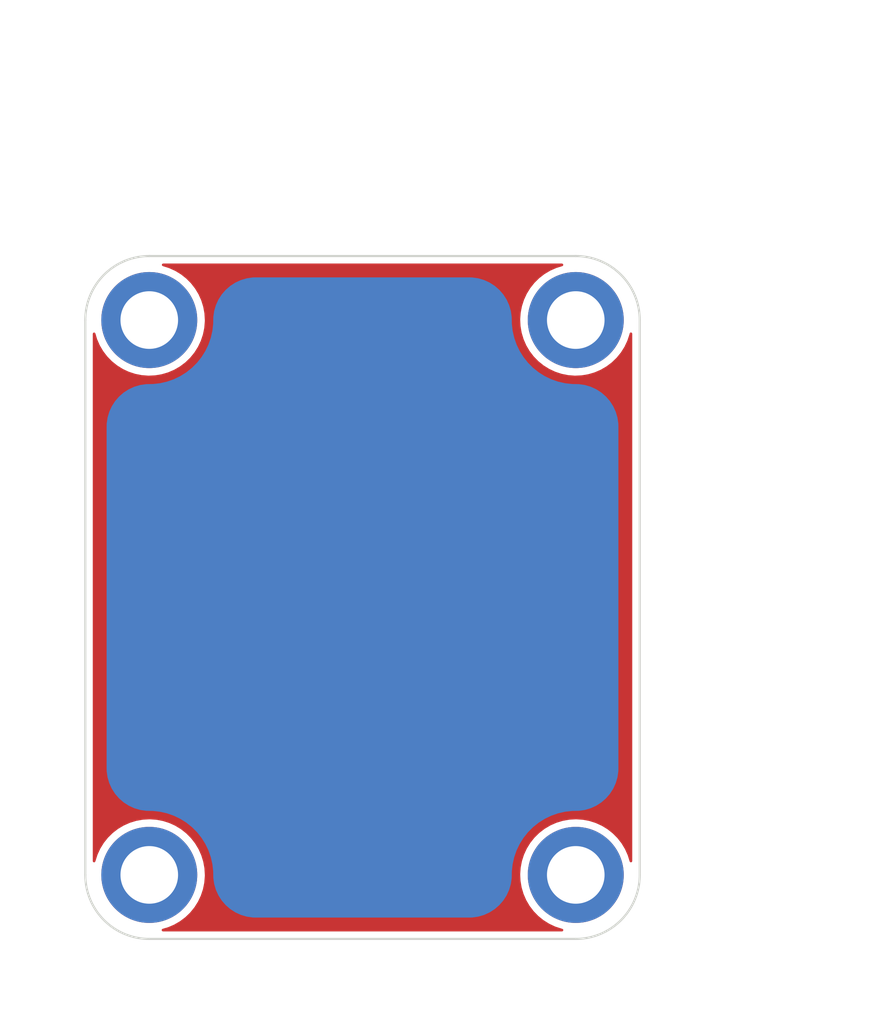
<source format=kicad_pcb>
(kicad_pcb (version 20211014) (generator pcbnew)
  (layers (0 "F.Cu" signal) (31 "B.Cu" signal) (34 "B.Paste" user) (35 "F.Paste" user) (36 "B.SilkS" user "B.Silkscreen") (37 "F.SilkS" user "F.Silkscreen") (38 "B.Mask" user) (39 "F.Mask" user) (44 "Edge.Cuts" user))
  (net 0 "")
  (footprint "MountingHole:MountingHole_2.7mm_M2.5_ISO14580_Pad_TopBottom" (layer "F.Cu") (at 170 79)
    (fp_text reference "H4" hide)
    (fp_text value "MountingHole" hide)
    (pad "1" connect circle locked (at 0 0) (size 4.5 4.5) (layers "F.Cu" "F.Mask"))
    (pad "1" thru_hole circle locked (at 0 0) (size 3.1 3.1) (drill 2.7) (layers *.Cu *.Mask))
    (pad "1" connect circle locked (at 0 0) (size 4.5 4.5) (layers "B.Cu" "B.Mask"))
  )
  (footprint "MountingHole:MountingHole_2.7mm_M2.5_ISO14580_Pad_TopBottom" (layer "F.Cu") (at 170 105)
    (fp_text reference "H2" hide)
    (fp_text value "MountingHole" hide)
    (pad "1" connect circle locked (at 0 0) (size 4.5 4.5) (layers "B.Cu" "B.Mask"))
    (pad "1" thru_hole circle locked (at 0 0) (size 3.1 3.1) (drill 2.7) (layers *.Cu *.Mask))
    (pad "1" connect circle locked (at 0 0) (size 4.5 4.5) (layers "F.Cu" "F.Mask"))
  )
  (footprint "MountingHole:MountingHole_2.7mm_M2.5_ISO14580_Pad_TopBottom" (layer "F.Cu") (at 150 105)
    (fp_text reference "H3" hide)
    (fp_text value "MountingHole" hide)
    (pad "1" connect circle locked (at 0 0) (size 4.5 4.5) (layers "F.Cu" "F.Mask"))
    (pad "1" thru_hole circle locked (at 0 0) (size 3.1 3.1) (drill 2.7) (layers *.Cu *.Mask))
    (pad "1" connect circle locked (at 0 0) (size 4.5 4.5) (layers "B.Cu" "B.Mask"))
  )
  (footprint "MountingHole:MountingHole_2.7mm_M2.5_ISO14580_Pad_TopBottom" (layer "F.Cu") (at 150 79)
    (fp_text reference "H1" hide)
    (fp_text value "MountingHole" hide)
    (pad "1" connect circle locked (at 0 0) (size 4.5 4.5) (layers "F.Cu" "F.Mask"))
    (pad "1" connect circle locked (at 0 0) (size 4.5 4.5) (layers "B.Cu" "B.Mask"))
    (pad "1" thru_hole circle locked (at 0 0) (size 3.1 3.1) (drill 2.7) (layers *.Cu *.Mask))
  )
  (gr_line locked (start 147 79) (end 147 105) (layer "Edge.Cuts") (width 0.1))
  (gr_arc locked (start 147 79) (mid 147.87868 76.87868) (end 150 76) (layer "Edge.Cuts") (width 0.1))
  (gr_arc locked (start 150 108) (mid 147.87868 107.12132) (end 147 105) (layer "Edge.Cuts") (width 0.1))
  (gr_line locked (start 173 105) (end 173 79) (layer "Edge.Cuts") (width 0.1))
  (gr_arc locked (start 170 76) (mid 172.12132 76.87868) (end 173 79) (layer "Edge.Cuts") (width 0.1))
  (gr_line locked (start 150 108) (end 170 108) (layer "Edge.Cuts") (width 0.1))
  (gr_arc locked (start 173 105) (mid 172.12132 107.12132) (end 170 108) (layer "Edge.Cuts") (width 0.1))
  (gr_line locked (start 170 76) (end 150 76) (layer "Edge.Cuts") (width 0.1))
  (zone locked (net 0) (net_name "") (layers F&B.Cu) (connect_pads yes (clearance 0.35)) (min_thickness 0.127) (fill yes (thermal_gap 0.508) (thermal_bridge_width 0.508))
    (polygon (pts (xy 173 108) (xy 147 108) (xy 147 76) (xy 173 76)))
  )
  (zone locked (net 0) (net_name "") (layers "B.Cu" "Edge.Cuts") (connect_pads (clearance 0)) (min_thickness 0.254)
    (keepout (tracks not_allowed) (vias not_allowed) (pads not_allowed) (copperpour not_allowed) (footprints allowed))
    (fill (thermal_gap 0.508) (thermal_bridge_width 0.508))
    (polygon (pts (xy 153 79) (xy 153.002548 78.857139) (xy 153.04321 78.574326) (xy 153.123707 78.300179) (xy 153.2424 78.040278) (xy 153.396873 77.799914) (xy 153.58398 77.58398) (xy 153.799914 77.396873) (xy 154.040278 77.2424) (xy 154.300179 77.123707) (xy 154.574326 77.04321) (xy 154.857139 77.002548) (xy 155 77) (xy 165 77) (xy 165.142861 77.002548) (xy 165.425674 77.04321) (xy 165.699821 77.123707) (xy 165.959722 77.2424) (xy 166.200086 77.396873) (xy 166.41602 77.58398) (xy 166.603127 77.799914) (xy 166.7576 78.040278) (xy 166.876293 78.300179) (xy 166.95679 78.574326) (xy 166.997452 78.857139) (xy 167 79) (xy 167.00236 79.168344) (xy 167.040057 79.502915) (xy 167.114977 79.831161) (xy 167.226178 80.148955) (xy 167.372261 80.4523) (xy 167.55139 80.737382) (xy 167.761311 81.000615) (xy 167.999385 81.238689) (xy 168.262618 81.44861) (xy 168.5477 81.627739) (xy 168.851045 81.773822) (xy 169.168839 81.885023) (xy 169.497085 81.959943) (xy 169.831656 81.99764) (xy 170 82) (xy 170.142861 82.002548) (xy 170.425674 82.04321) (xy 170.699821 82.123707) (xy 170.959722 82.2424) (xy 171.200086 82.396873) (xy 171.41602 82.58398) (xy 171.603127 82.799914) (xy 171.7576 83.040278) (xy 171.876293 83.300179) (xy 171.95679 83.574326) (xy 171.997452 83.857139) (xy 172 84) (xy 172 92) (xy 177 92) (xy 177 72) (xy 171.767766 77.232203) (xy 172.033676 77.541564) (xy 172.201051 77.809097) (xy 172.333425 78.095566) (xy 172.428696 78.396417) (xy 172.485346 78.706866) (xy 172.502477 79.021976) (xy 172.479815 79.336737) (xy 172.417721 79.646143) (xy 172.317182 79.945275) (xy 172.179796 80.229375) (xy 172.007749 80.493927) (xy 171.803776 80.734723) (xy 171.571121 80.947935) (xy 171.313483 81.130173) (xy 171.034959 81.278538) (xy 170.739978 81.390671) (xy 170.43323 81.464789) (xy 170.119593 81.499714) (xy 169.804055 81.494891) (xy 169.491632 81.450395) (xy 169.187293 81.366935) (xy 168.895877 81.245838) (xy 168.622018 81.089029) (xy 168.370071 80.899001) (xy 168.144042 80.678777) (xy 167.947525 80.431858) (xy 167.783644 80.162171) (xy 167.655007 79.874004) (xy 167.563659 79.571939) (xy 167.511051 79.26078) (xy 167.498021 78.945474) (xy 167.524775 78.631034) (xy 167.590889 78.322462) (xy 167.695311 78.024664) (xy 167.83638 77.742375) (xy 168.011853 77.480083) (xy 168.218941 77.24196) (xy 168.45435 77.031793) (xy 168.714337 76.852922) (xy 168.994767 76.708193) (xy 169.291182 76.599906) (xy 169.598868 76.529784) (xy 169.912933 76.498942) (xy 170.228382 76.507869) (xy 170.540199 76.556425) (xy 170.843427 76.643837) (xy 171.133243 76.768715) (xy 171.405039 76.929073) (xy 171.654493 77.122361) (xy 171.767767 77.232233) (xy 177 72) (xy 143 72) (xy 148.232233 77.232233) (xy 148.345507 77.122361) (xy 148.594961 76.929073) (xy 148.866757 76.768715) (xy 149.156573 76.643837) (xy 149.459801 76.556425) (xy 149.771618 76.507869) (xy 150.087067 76.498942) (xy 150.401132 76.529784) (xy 150.708818 76.599906) (xy 151.005233 76.708193) (xy 151.285663 76.852922) (xy 151.54565 77.031793) (xy 151.781059 77.24196) (xy 151.988147 77.480083) (xy 152.16362 77.742375) (xy 152.304689 78.024664) (xy 152.409111 78.322462) (xy 152.475225 78.631034) (xy 152.501979 78.945474) (xy 152.488949 79.26078) (xy 152.436341 79.571939) (xy 152.344993 79.874004) (xy 152.216356 80.162171) (xy 152.052475 80.431858) (xy 151.855958 80.678777) (xy 151.629929 80.899001) (xy 151.377982 81.089029) (xy 151.104123 81.245838) (xy 150.812707 81.366935) (xy 150.508368 81.450395) (xy 150.195945 81.494891) (xy 149.880407 81.499714) (xy 149.56677 81.464789) (xy 149.260022 81.390671) (xy 148.965041 81.278538) (xy 148.686517 81.130173) (xy 148.428879 80.947935) (xy 148.196224 80.734723) (xy 147.992251 80.493927) (xy 147.820204 80.229375) (xy 147.682818 79.945275) (xy 147.582279 79.646143) (xy 147.520185 79.336737) (xy 147.497523 79.021976) (xy 147.514654 78.706866) (xy 147.571304 78.396417) (xy 147.666575 78.095566) (xy 147.798949 77.809097) (xy 147.966324 77.541564) (xy 148.232431 77.231981) (xy 143 72) (xy 143 112) (xy 148.232769 106.767568) (xy 147.966324 106.458436) (xy 147.798949 106.190903) (xy 147.666575 105.904434) (xy 147.571304 105.603583) (xy 147.514654 105.293134) (xy 147.497523 104.978024) (xy 147.520185 104.663263) (xy 147.582279 104.353857) (xy 147.682818 104.054725) (xy 147.820204 103.770625) (xy 147.992251 103.506073) (xy 148.196224 103.265277) (xy 148.428879 103.052065) (xy 148.686517 102.869827) (xy 148.965041 102.721462) (xy 149.260022 102.609329) (xy 149.56677 102.535211) (xy 149.880407 102.500286) (xy 150.195945 102.505109) (xy 150.508368 102.549605) (xy 150.812707 102.633065) (xy 151.104123 102.754162) (xy 151.377982 102.910971) (xy 151.629929 103.100999) (xy 151.855958 103.321223) (xy 152.052475 103.568142) (xy 152.216356 103.837829) (xy 152.344993 104.125996) (xy 152.436341 104.428061) (xy 152.488949 104.73922) (xy 152.501979 105.054526) (xy 152.475225 105.368966) (xy 152.409111 105.677538) (xy 152.304689 105.975336) (xy 152.16362 106.257625) (xy 151.988147 106.519917) (xy 151.781059 106.75804) (xy 151.54565 106.968207) (xy 151.285663 107.147078) (xy 151.005233 107.291807) (xy 150.708818 107.400094) (xy 150.401132 107.470216) (xy 150.087067 107.501058) (xy 149.771618 107.492131) (xy 149.459801 107.443575) (xy 149.156573 107.356163) (xy 148.866757 107.231285) (xy 148.594961 107.070927) (xy 148.345507 106.877639) (xy 148.232233 106.767767) (xy 143 112) (xy 177 112) (xy 171.767767 106.767767) (xy 171.654493 106.877639) (xy 171.405039 107.070927) (xy 171.133243 107.231285) (xy 170.843427 107.356163) (xy 170.540199 107.443575) (xy 170.228382 107.492131) (xy 169.912933 107.501058) (xy 169.598868 107.470216) (xy 169.291182 107.400094) (xy 168.994767 107.291807) (xy 168.714337 107.147078) (xy 168.45435 106.968207) (xy 168.218941 106.75804) (xy 168.011853 106.519917) (xy 167.83638 106.257625) (xy 167.695311 105.975336) (xy 167.590889 105.677538) (xy 167.524775 105.368966) (xy 167.498021 105.054526) (xy 167.511051 104.73922) (xy 167.563659 104.428061) (xy 167.655007 104.125996) (xy 167.783644 103.837829) (xy 167.947525 103.568142) (xy 168.144042 103.321223) (xy 168.370071 103.100999) (xy 168.622018 102.910971) (xy 168.895877 102.754162) (xy 169.187293 102.633065) (xy 169.491632 102.549605) (xy 169.804055 102.505109) (xy 170.119593 102.500286) (xy 170.43323 102.535211) (xy 170.739978 102.609329) (xy 171.034959 102.721462) (xy 171.313483 102.869827) (xy 171.571121 103.052065) (xy 171.803776 103.265277) (xy 172.007749 103.506073) (xy 172.179796 103.770625) (xy 172.317182 104.054725) (xy 172.417721 104.353857) (xy 172.479815 104.663263) (xy 172.502477 104.978024) (xy 172.485346 105.293134) (xy 172.428696 105.603583) (xy 172.333425 105.904434) (xy 172.201051 106.190903) (xy 172.033676 106.458436) (xy 171.768908 106.768244) (xy 177 112) (xy 177 92) (xy 172 92) (xy 172 100) (xy 171.997452 100.142861) (xy 171.95679 100.425674) (xy 171.876293 100.699821) (xy 171.7576 100.959722) (xy 171.603127 101.200086) (xy 171.41602 101.41602) (xy 171.200086 101.603127) (xy 170.959722 101.7576) (xy 170.699821 101.876293) (xy 170.425674 101.95679) (xy 170.142861 101.997452) (xy 170 102) (xy 169.831656 102.00236) (xy 169.497085 102.040057) (xy 169.168839 102.114977) (xy 168.851045 102.226178) (xy 168.5477 102.372261) (xy 168.262618 102.55139) (xy 167.999385 102.761311) (xy 167.761311 102.999385) (xy 167.55139 103.262618) (xy 167.372261 103.5477) (xy 167.226178 103.851045) (xy 167.114977 104.168839) (xy 167.040057 104.497085) (xy 167.00236 104.831656) (xy 167 105) (xy 166.997452 105.142861) (xy 166.95679 105.425674) (xy 166.876293 105.699821) (xy 166.7576 105.959722) (xy 166.603127 106.200086) (xy 166.41602 106.41602) (xy 166.200086 106.603127) (xy 165.959722 106.7576) (xy 165.699821 106.876293) (xy 165.425674 106.95679) (xy 165.142861 106.997452) (xy 165 107) (xy 155 107) (xy 154.857139 106.997452) (xy 154.574326 106.95679) (xy 154.300179 106.876293) (xy 154.040278 106.7576) (xy 153.799914 106.603127) (xy 153.58398 106.41602) (xy 153.396873 106.200086) (xy 153.2424 105.959722) (xy 153.123707 105.699821) (xy 153.04321 105.425674) (xy 153.002548 105.142861) (xy 153 105) (xy 152.99764 104.831656) (xy 152.959943 104.497085) (xy 152.885023 104.168839) (xy 152.773822 103.851045) (xy 152.627739 103.5477) (xy 152.44861 103.262618) (xy 152.238689 102.999385) (xy 152.000615 102.761311) (xy 151.737382 102.55139) (xy 151.4523 102.372261) (xy 151.148955 102.226178) (xy 150.831161 102.114977) (xy 150.502915 102.040057) (xy 150.168344 102.00236) (xy 150 102) (xy 149.857139 101.997452) (xy 149.574326 101.95679) (xy 149.300179 101.876293) (xy 149.040278 101.7576) (xy 148.799914 101.603127) (xy 148.58398 101.41602) (xy 148.396873 101.200086) (xy 148.2424 100.959722) (xy 148.123707 100.699821) (xy 148.04321 100.425674) (xy 148.002548 100.142861) (xy 148 100) (xy 148 84) (xy 148.002548 83.857139) (xy 148.04321 83.574326) (xy 148.123707 83.300179) (xy 148.2424 83.040278) (xy 148.396873 82.799914) (xy 148.58398 82.58398) (xy 148.799914 82.396873) (xy 149.040278 82.2424) (xy 149.300179 82.123707) (xy 149.574326 82.04321) (xy 149.857139 82.002548) (xy 150 82) (xy 150.168344 81.99764) (xy 150.502915 81.959943) (xy 150.831161 81.885023) (xy 151.148955 81.773822) (xy 151.4523 81.627739) (xy 151.737382 81.44861) (xy 152.000615 81.238689) (xy 152.238689 81.000615) (xy 152.44861 80.737382) (xy 152.627739 80.4523) (xy 152.773822 80.148955) (xy 152.885023 79.831161) (xy 152.959943 79.502915) (xy 152.99764 79.168344)))
  )
)
</source>
